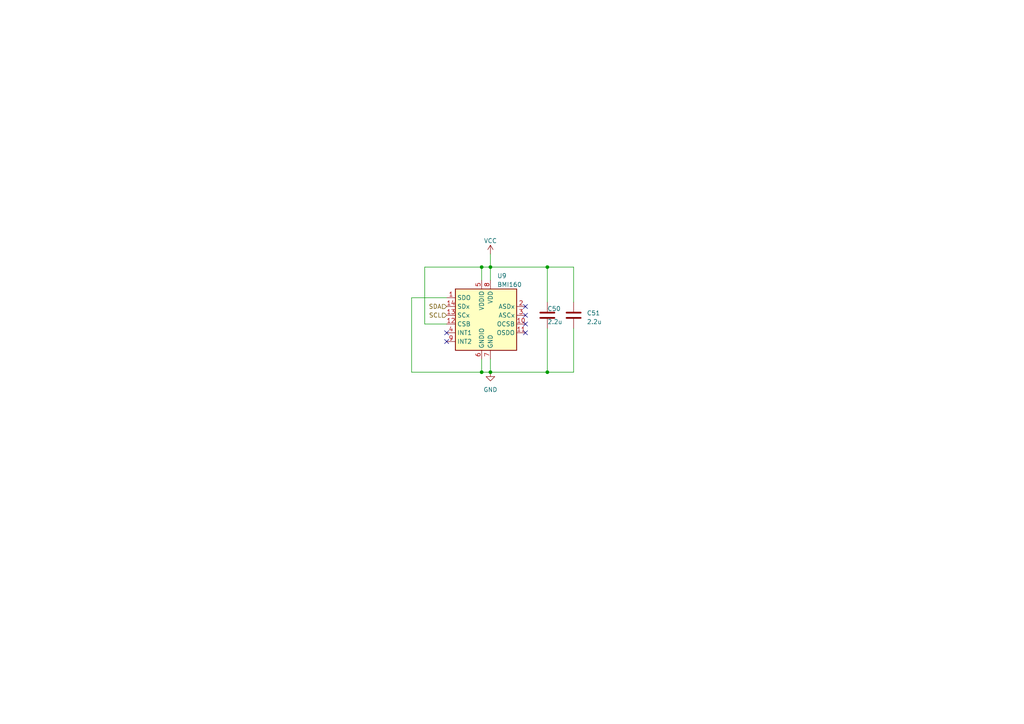
<source format=kicad_sch>
(kicad_sch (version 20230121) (generator eeschema)
  (paper "A4")
  (lib_symbols
    (symbol "Device:C" (pin_numbers hide) (pin_names (offset 0.254))
      (property "Reference" "C" (at 0.635 2.54 0))
      (property "Value" "C" (at 0.635 -2.54 0))
      (symbol "C_0_1"
        (polyline (pts (xy -2.032 -0.762) (xy 2.032 -0.762)) (stroke (width 0.508)))
        (polyline (pts (xy -2.032 0.762) (xy 2.032 0.762)) (stroke (width 0.508)))
      )
      (symbol "C_1_1"
        (pin passive line (at 0 3.81 270) (length 2.794) (name "~") (number "1"))
        (pin passive line (at 0 -3.81 90) (length 2.794) (name "~") (number "2"))
      )
    )
    (symbol "Sensor_Motion:BMI160"
      (property "Reference" "U" (at -10.16 8.89 0))
      (property "Value" "BMI160" (at 7.62 8.89 0))
      (symbol "BMI160_1_1"
        (rectangle (start -10.16 7.62) (end 7.62 -10.16) (stroke (width 0.254)) (fill (type background)))
        (pin bidirectional line (at -12.7 5.08 0) (length 2.54) (name "SDO") (number "1"))
        (pin bidirectional line (at 10.16 -2.54 180) (length 2.54) (name "OCSB") (number "10"))
        (pin bidirectional line (at 10.16 -5.08 180) (length 2.54) (name "OSDO") (number "11"))
        (pin input line (at -12.7 -2.54 0) (length 2.54) (name "CSB") (number "12"))
        (pin input line (at -12.7 0 0) (length 2.54) (name "SCx") (number "13"))
        (pin bidirectional line (at -12.7 2.54 0) (length 2.54) (name "SDx") (number "14"))
        (pin bidirectional line (at 10.16 2.54 180) (length 2.54) (name "ASDx") (number "2"))
        (pin output line (at 10.16 0 180) (length 2.54) (name "ASCx") (number "3"))
        (pin bidirectional line (at -12.7 -5.08 0) (length 2.54) (name "INT1") (number "4"))
        (pin power_in line (at -2.54 10.16 270) (length 2.54) (name "VDDIO") (number "5"))
        (pin power_in line (at -2.54 -12.7 90) (length 2.54) (name "GNDIO") (number "6"))
        (pin power_in line (at 0 -12.7 90) (length 2.54) (name "GND") (number "7"))
        (pin power_in line (at 0 10.16 270) (length 2.54) (name "VDD") (number "8"))
        (pin bidirectional line (at -12.7 -7.62 0) (length 2.54) (name "INT2") (number "9"))
      )
    )
    (symbol "power:GND" (power) (pin_names (offset 0))
      (property "Value" "GND" (at 0 -3.81 0))
      (symbol "GND_0_1"
        (polyline (pts (xy 0 0) (xy 0 -1.27) (xy 1.27 -1.27) (xy 0 -2.54) (xy -1.27 -1.27) (xy 0 -1.27)))
      )
      (symbol "GND_1_1"
        (pin power_in line (at 0 0 270) (length 0) hide (name "GND") (number "1"))
      )
    )
    (symbol "power:VCC" (power) (pin_names (offset 0))
      (property "Value" "VCC" (at 0 3.81 0))
      (symbol "VCC_0_1"
        (polyline (pts (xy -0.762 1.27) (xy 0 2.54)))
        (polyline (pts (xy 0 0) (xy 0 2.54)))
        (polyline (pts (xy 0 2.54) (xy 0.762 1.27)))
      )
      (symbol "VCC_1_1"
        (pin power_in line (at 0 0 90) (length 0) hide (name "VCC") (number "1"))
      )
    )
  )
  (junction (at 142.24 77.47))
  (junction (at 158.75 77.47))
  (junction (at 139.7 107.95))
  (junction (at 158.75 107.95))
  (junction (at 142.24 107.95))
  (junction (at 139.7 77.47))
  (no_connect (at 152.4 91.44))
  (no_connect (at 152.4 93.98))
  (no_connect (at 152.4 96.52))
  (no_connect (at 152.4 88.9))
  (no_connect (at 129.54 99.06))
  (no_connect (at 129.54 96.52))
  (wire (pts (xy 139.7 77.47) (xy 142.24 77.47)))
  (wire (pts (xy 129.54 93.98) (xy 123.19 93.98)))
  (wire (pts (xy 123.19 93.98) (xy 123.19 77.47)))
  (wire (pts (xy 139.7 77.47) (xy 139.7 81.28)))
  (wire (pts (xy 123.19 77.47) (xy 139.7 77.47)))
  (wire (pts (xy 166.37 87.63) (xy 166.37 77.47)))
  (wire (pts (xy 139.7 104.14) (xy 139.7 107.95)))
  (wire (pts (xy 166.37 77.47) (xy 158.75 77.47)))
  (wire (pts (xy 139.7 107.95) (xy 142.24 107.95)))
  (wire (pts (xy 119.38 86.36) (xy 119.38 107.95)))
  (wire (pts (xy 142.24 77.47) (xy 158.75 77.47)))
  (wire (pts (xy 129.54 86.36) (xy 119.38 86.36)))
  (wire (pts (xy 166.37 95.25) (xy 166.37 107.95)))
  (wire (pts (xy 119.38 107.95) (xy 139.7 107.95)))
  (wire (pts (xy 166.37 107.95) (xy 158.75 107.95)))
  (wire (pts (xy 142.24 77.47) (xy 142.24 81.28)))
  (wire (pts (xy 158.75 77.47) (xy 158.75 87.63)))
  (wire (pts (xy 142.24 104.14) (xy 142.24 107.95)))
  (wire (pts (xy 142.24 73.66) (xy 142.24 77.47)))
  (wire (pts (xy 158.75 107.95) (xy 142.24 107.95)))
  (wire (pts (xy 158.75 95.25) (xy 158.75 107.95)))
  (hierarchical_label "SCL" (shape input) (at 129.54 91.44 180))
  (hierarchical_label "SDA" (shape input) (at 129.54 88.9 180))
  (symbol (lib_id "Sensor_Motion:BMI160") (at 142.24 91.44 0) (unit 1)
    (property "Reference" "U9" (at 144.1959 80.01 0) (effects (justify left)))
    (property "Value" "BMI160" (at 144.1959 82.55 0) (effects (justify left)))
    (property "Footprint" "Package_LGA:Bosch_LGA-14_3x2.5mm_P0.5mm" (effects hide))
    (property "Datasheet" "https://www.bosch-sensortec.com/media/boschsensortec/downloads/datasheets/bst-bmi160-ds000.pdf" (effects hide))
  )
  (symbol (lib_id "power:GND") (at 142.24 107.95 0) (unit 1)
    (property "Reference" "#PWR017" (effects hide))
    (property "Value" "GND" (at 142.24 113.03 0))
  )
  (symbol (lib_id "Device:C") (at 166.37 91.44 0) (unit 1)
    (property "Reference" "C51" (at 170.18 90.805 0) (effects (justify left)))
    (property "Value" "2.2u" (at 170.18 93.345 0) (effects (justify left)))
    (property "Footprint" "DRV8301_:CAPC1608X90N" (effects hide))
  )
  (symbol (lib_id "power:VCC") (at 142.24 73.66 0) (unit 1)
    (property "Reference" "#PWR018" (effects hide))
    (property "Value" "VCC" (at 142.24 69.85 0))
  )
  (symbol (lib_id "Device:C") (at 158.75 91.44 0) (unit 1)
    (property "Reference" "C50" (at 158.75 89.535 0) (effects (justify left)))
    (property "Value" "2.2u" (at 158.75 93.345 0) (effects (justify left)))
    (property "Footprint" "DRV8301_:CAPC1608X90N" (effects hide))
  )
)
</source>
